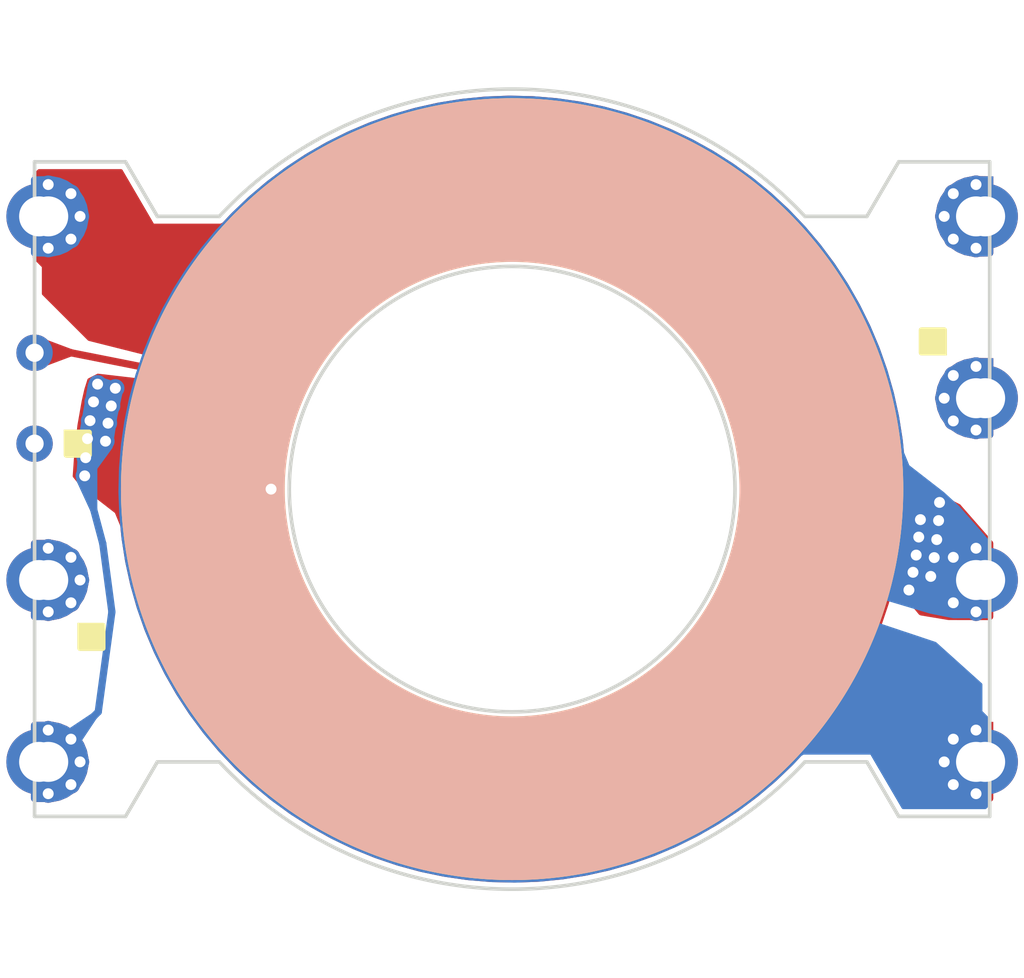
<source format=kicad_pcb>
(kicad_pcb (version 20221018) (generator pcbnew)

  (general
    (thickness 1)
  )

  (paper "A4")
  (layers
    (0 "F.Cu" signal)
    (1 "In1.Cu" signal)
    (2 "In2.Cu" signal)
    (31 "B.Cu" signal)
    (32 "B.Adhes" user "B.Adhesive")
    (33 "F.Adhes" user "F.Adhesive")
    (34 "B.Paste" user)
    (35 "F.Paste" user)
    (36 "B.SilkS" user "B.Silkscreen")
    (37 "F.SilkS" user "F.Silkscreen")
    (38 "B.Mask" user)
    (39 "F.Mask" user)
    (40 "Dwgs.User" user "User.Drawings")
    (41 "Cmts.User" user "User.Comments")
    (42 "Eco1.User" user "User.Eco1")
    (43 "Eco2.User" user "User.Eco2")
    (44 "Edge.Cuts" user)
    (45 "Margin" user)
    (46 "B.CrtYd" user "B.Courtyard")
    (47 "F.CrtYd" user "F.Courtyard")
    (48 "B.Fab" user)
    (49 "F.Fab" user)
    (50 "User.1" user)
    (51 "User.2" user)
    (52 "User.3" user)
    (53 "User.4" user)
    (54 "User.5" user)
    (55 "User.6" user)
    (56 "User.7" user)
    (57 "User.8" user)
    (58 "User.9" user)
  )

  (setup
    (stackup
      (layer "F.SilkS" (type "Top Silk Screen") (color "White") (material "Direct Printing"))
      (layer "F.Paste" (type "Top Solder Paste"))
      (layer "F.Mask" (type "Top Solder Mask") (color "Black") (thickness 0.01) (material "Dry Film") (epsilon_r 3.3) (loss_tangent 0))
      (layer "F.Cu" (type "copper") (thickness 0.035))
      (layer "dielectric 1" (type "prepreg") (color "FR4 natural") (thickness 0.1) (material "FR4") (epsilon_r 4.5) (loss_tangent 0.02))
      (layer "In1.Cu" (type "copper") (thickness 0.035))
      (layer "dielectric 2" (type "core") (color "FR4 natural") (thickness 0.64) (material "FR4") (epsilon_r 4.5) (loss_tangent 0.02))
      (layer "In2.Cu" (type "copper") (thickness 0.035))
      (layer "dielectric 3" (type "prepreg") (color "FR4 natural") (thickness 0.1) (material "FR4") (epsilon_r 4.5) (loss_tangent 0.02))
      (layer "B.Cu" (type "copper") (thickness 0.035))
      (layer "B.Mask" (type "Bottom Solder Mask") (color "Black") (thickness 0.01) (material "Dry Film") (epsilon_r 3.3) (loss_tangent 0))
      (layer "B.Paste" (type "Bottom Solder Paste"))
      (layer "B.SilkS" (type "Bottom Silk Screen") (color "White") (material "Direct Printing"))
      (copper_finish "Immersion gold")
      (dielectric_constraints no)
    )
    (pad_to_mask_clearance 0)
    (aux_axis_origin 100 100)
    (grid_origin 100 100)
    (pcbplotparams
      (layerselection 0x00010fc_ffffffff)
      (plot_on_all_layers_selection 0x0000000_00000000)
      (disableapertmacros false)
      (usegerberextensions false)
      (usegerberattributes true)
      (usegerberadvancedattributes true)
      (creategerberjobfile true)
      (dashed_line_dash_ratio 12.000000)
      (dashed_line_gap_ratio 3.000000)
      (svgprecision 4)
      (plotframeref false)
      (viasonmask false)
      (mode 1)
      (useauxorigin false)
      (hpglpennumber 1)
      (hpglpenspeed 20)
      (hpglpendiameter 15.000000)
      (dxfpolygonmode true)
      (dxfimperialunits true)
      (dxfusepcbnewfont true)
      (psnegative false)
      (psa4output false)
      (plotreference true)
      (plotvalue true)
      (plotinvisibletext false)
      (sketchpadsonfab false)
      (subtractmaskfromsilk false)
      (outputformat 1)
      (mirror false)
      (drillshape 1)
      (scaleselection 1)
      (outputdirectory "")
    )
  )

  (net 0 "")

  (gr_line (start 93.618034 97.787413) (end 93.943608 97.626683)
    (stroke (width 0.2) (type default)) (layer "F.Cu") (tstamp 09dfd0eb-163a-46e4-98c3-ed2ffbd3b189))
  (gr_poly
    (pts
      (xy 113.124996 96.498274)
      (xy 113.124996 98.501724)
      (xy 112.849015 98.505354)
      (xy 112.650977 98.505354)
      (xy 112.456745 98.466718)
      (xy 112.273782 98.390933)
      (xy 112.10912 98.280909)
      (xy 111.969086 98.140875)
      (xy 111.859062 97.976213)
      (xy 111.783277 97.79325)
      (xy 111.744641 97.599018)
      (xy 111.744641 97.40098)
      (xy 111.783277 97.206748)
      (xy 111.859062 97.023785)
      (xy 111.969086 96.859123)
      (xy 112.10912 96.719089)
      (xy 112.273782 96.609065)
      (xy 112.456745 96.53328)
      (xy 112.650977 96.494644)
      (xy 112.849015 96.494644)
    )

    (stroke (width 0.2) (type solid)) (fill solid) (layer "F.Cu") (tstamp 16897775-ab0e-4350-808a-68ceec507fe9))
  (gr_poly
    (pts
      (xy 86.875 103.501725)
      (xy 86.875 101.498275)
      (xy 87.150981 101.494645)
      (xy 87.349019 101.494645)
      (xy 87.543251 101.533281)
      (xy 87.726214 101.609066)
      (xy 87.890876 101.71909)
      (xy 88.03091 101.859124)
      (xy 88.140934 102.023786)
      (xy 88.216719 102.206749)
      (xy 88.255355 102.400981)
      (xy 88.255355 102.599019)
      (xy 88.216719 102.793251)
      (xy 88.140934 102.976214)
      (xy 88.03091 103.140876)
      (xy 87.890876 103.28091)
      (xy 87.726214 103.390934)
      (xy 87.543251 103.466719)
      (xy 87.349019 103.505355)
      (xy 87.150981 103.505355)
    )

    (stroke (width 0.2) (type solid)) (fill solid) (layer "F.Cu") (tstamp 38fd9ee1-3cd7-4f60-bcf9-7ccd66a3cf40))
  (gr_line (start 87.875 96.25) (end 86.875 96.25)
    (stroke (width 0.2) (type default)) (layer "F.Cu") (tstamp 4b46d56c-bcdd-4979-963d-2e4731eb277f))
  (gr_poly
    (pts
      (xy 93.079027 98.112462)
      (xy 93.01388 98.35993)
      (xy 92.914754 98.862018)
      (xy 92.851666 99.369894)
      (xy 92.824936 99.880975)
      (xy 92.827555 100.136861)
      (xy 92.827554 100.136861)
      (xy 92.849317 100.213682)
      (xy 92.929619 100.351622)
      (xy 93.045158 100.461743)
      (xy 93.114831 100.500739)
      (xy 93.114832 100.50074)
      (xy 93.136344 100.762727)
      (xy 93.214252 101.282635)
      (xy 93.331485 101.795111)
      (xy 93.487361 102.297185)
      (xy 93.680979 102.785945)
      (xy 93.911215 103.258562)
      (xy 94.176737 103.712294)
      (xy 94.476004 104.144514)
      (xy 94.807284 104.552716)
      (xy 95.168655 104.934535)
      (xy 95.558025 105.287757)
      (xy 95.973136 105.610337)
      (xy 96.411582 105.900405)
      (xy 96.870824 106.15628)
      (xy 97.3482 106.376479)
      (xy 97.840943 106.559725)
      (xy 98.346198 106.704958)
      (xy 98.861036 106.811335)
      (xy 99.382475 106.87824)
      (xy 99.907493 106.905285)
      (xy 100.433047 106.892314)
      (xy 100.956091 106.839402)
      (xy 101.473594 106.746854)
      (xy 101.982558 106.615209)
      (xy 102.480033 106.445228)
      (xy 102.963136 106.237896)
      (xy 103.429068 105.994416)
      (xy 103.875128 105.716197)
      (xy 104.298731 105.404853)
      (xy 104.697423 105.062187)
      (xy 105.068893 104.690186)
      (xy 105.410989 104.291005)
      (xy 105.721727 103.866957)
      (xy 105.999308 103.420501)
      (xy 106.242123 102.954222)
      (xy 106.448764 102.470823)
      (xy 106.618034 101.973106)
      (xy 106.748953 101.463954)
      (xy 106.840761 100.946319)
      (xy 106.892926 100.4232)
      (xy 106.905146 99.897628)
      (xy 106.877351 99.372649)
      (xy 106.809701 98.851307)
      (xy 106.702588 98.33662)
      (xy 106.556634 97.831574)
      (xy 106.372684 97.339093)
      (xy 106.151803 96.862032)
      (xy 105.895273 96.403157)
      (xy 105.604579 95.965125)
      (xy 105.281406 95.550475)
      (xy 104.927627 95.161611)
      (xy 104.545293 94.800785)
      (xy 104.136618 94.470089)
      (xy 103.703971 94.171439)
      (xy 103.24986 93.906566)
      (xy 102.776915 93.677005)
      (xy 102.287878 93.484086)
      (xy 101.785583 93.328927)
      (xy 101.27294 93.212427)
      (xy 100.75292 93.135261)
      (xy 100.228537 93.097878)
      (xy 99.70283 93.100492)
      (xy 99.178845 93.143089)
      (xy 98.659618 93.225422)
      (xy 98.14816 93.347015)
      (xy 97.647432 93.507162)
      (xy 97.160338 93.704935)
      (xy 96.6897 93.939188)
      (xy 96.238245 94.208565)
      (xy 95.80859 94.511502)
      (xy 95.403224 94.846246)
      (xy 95.024497 95.210857)
      (xy 94.674603 95.60322)
      (xy 94.35557 96.021063)
      (xy 94.069247 96.461965)
      (xy 93.817293 96.923369)
      (xy 93.706995 97.161978)
      (xy 93.36906 97.319163)
      (xy 89.90246 96.259308)
      (xy 88.375 95.875)
      (xy 87.125 94.625)
      (xy 87.125 93.875)
      (xy 86.875 93.625)
      (xy 86.875 91.375)
      (xy 87 91.25)
      (xy 89.25 91.25)
      (xy 90.125 92.75)
      (xy 92 92.75)
      (xy 92.077891 92.70663)
      (xy 92.300363 92.468543)
      (xy 92.769943 92.016671)
      (xy 93.265992 91.594026)
      (xy 93.786693 91.202155)
      (xy 94.330141 90.842491)
      (xy 94.894346 90.516353)
      (xy 95.477242 90.224933)
      (xy 96.076696 89.969299)
      (xy 96.690513 89.750387)
      (xy 97.316445 89.568998)
      (xy 97.952202 89.425796)
      (xy 98.595455 89.321305)
      (xy 99.243851 89.255908)
      (xy 99.895014 89.229845)
      (xy 100.546562 89.24321)
      (xy 101.196109 89.295954)
      (xy 101.841277 89.387886)
      (xy 102.479705 89.518667)
      (xy 103.109054 89.68782)
      (xy 103.727022 89.894725)
      (xy 104.331345 90.138625)
      (xy 104.919811 90.418626)
      (xy 105.490266 90.733704)
      (xy 106.040622 91.082705)
      (xy 106.568864 91.464352)
      (xy 107.073058 91.877247)
      (xy 107.551357 92.319878)
      (xy 108.002012 92.790626)
      (xy 108.423372 93.287767)
      (xy 108.813895 93.809481)
      (xy 109.172151 94.353858)
      (xy 109.496828 94.918905)
      (xy 109.786738 95.502553)
      (xy 110.04082 96.102667)
      (xy 110.258143 96.717048)
      (xy 110.437911 97.343447)
      (xy 110.579468 97.979572)
      (xy 110.682294 98.623094)
      (xy 110.746012 99.271657)
      (xy 110.770391 99.922886)
      (xy 110.75534 100.574397)
      (xy 110.700914 101.223805)
      (xy 110.607314 101.868733)
      (xy 110.47488 102.50682)
      (xy 110.3041 103.13573)
      (xy 110.095596 103.75316)
      (xy 109.850133 104.35685)
      (xy 109.56861 104.944589)
      (xy 109.252057 105.514227)
      (xy 108.901633 106.063678)
      (xy 108.518621 106.590931)
      (xy 108.104423 107.094054)
      (xy 107.660555 107.571207)
      (xy 107.188642 108.020642)
      (xy 106.690412 108.440714)
      (xy 106.16769 108.829885)
      (xy 105.622387 109.186731)
      (xy 105.056502 109.509945)
      (xy 104.472105 109.798344)
      (xy 103.871337 110.050872)
      (xy 103.256395 110.266604)
      (xy 102.629533 110.444751)
      (xy 101.993043 110.584661)
      (xy 101.349258 110.685821)
      (xy 100.700532 110.747861)
      (xy 100.049243 110.770554)
      (xy 99.397772 110.753817)
      (xy 98.748507 110.697712)
      (xy 98.103823 110.602442)
      (xy 97.466081 110.468358)
      (xy 96.837616 110.29595)
      (xy 96.220728 110.08585)
      (xy 95.617675 109.838826)
      (xy 95.030666 109.555783)
      (xy 94.461849 109.237757)
      (xy 93.913306 108.885912)
      (xy 93.387047 108.501536)
      (xy 92.884997 108.086037)
      (xy 92.408995 107.640936)
      (xy 91.960782 107.167862)
      (xy 91.542001 106.668547)
      (xy 91.154184 106.144819)
      (xy 90.79875 105.598595)
      (xy 90.477002 105.031875)
      (xy 90.190116 104.446734)
      (xy 89.939144 103.845314)
      (xy 89.725003 103.229816)
      (xy 89.548479 102.602495)
      (xy 89.410217 101.965646)
      (xy 89.310723 101.3216)
      (xy 89.278139 100.997382)
      (xy 89.125 100.625)
      (xy 88.16 99.875)
      (xy 87.972854 99.641068)
      (xy 88.023243 98.91515)
      (xy 88.102437 98.248543)
      (xy 88.218704 97.587393)
      (xy 88.292945 97.260051)
      (xy 88.375 97)
      (xy 88.617647 96.875)
      (xy 89.802714 97.013092)
      (xy 93.030245 97.999845)
    )

    (stroke (width 0.1) (type solid)) (fill solid) (layer "F.Cu") (tstamp 55813561-45e1-464d-9e9c-ff7f3bf51d2a))
  (gr_poly
    (pts
      (xy 113.124996 91.498274)
      (xy 113.124996 93.501724)
      (xy 112.849015 93.505354)
      (xy 112.650977 93.505354)
      (xy 112.456745 93.466718)
      (xy 112.273782 93.390933)
      (xy 112.10912 93.280909)
      (xy 111.969086 93.140875)
      (xy 111.859062 92.976213)
      (xy 111.783277 92.79325)
      (xy 111.744641 92.599018)
      (xy 111.744641 92.40098)
      (xy 111.783277 92.206747)
      (xy 111.859062 92.023785)
      (xy 111.969086 91.859123)
      (xy 112.10912 91.719089)
      (xy 112.273782 91.609065)
      (xy 112.456745 91.53328)
      (xy 112.650977 91.494644)
      (xy 112.849015 91.494644)
    )

    (stroke (width 0.2) (type solid)) (fill solid) (layer "F.Cu") (tstamp 7cb17a67-e3f9-4916-a854-427fd3140d73))
  (gr_line (start 93.375 100) (end 93.500001 100.250001)
    (stroke (width 0.2) (type default)) (layer "F.Cu") (tstamp 7e93c0ea-d7d5-4a32-81ee-a2958f03410a))
  (gr_poly
    (pts
      (xy 86.875 96.625)
      (xy 87.875 96.25)
      (xy 86.875 95.875)
    )

    (stroke (width 0.2) (type solid)) (fill solid) (layer "F.Cu") (tstamp 80b34325-8789-447f-8e25-86918841159a))
  (gr_arc (start 93.943608 97.626683) (mid 106.413743 101.08458) (end 93.499998 100.249998)
    (stroke (width 0.2) (type default)) (layer "F.Cu") (tstamp a0541358-7e03-43f8-8339-68d11ddfb6b4))
  (gr_line (start 93.618034 97.787413) (end 89.912353 96.654471)
    (stroke (width 0.2) (type default)) (layer "F.Cu") (tstamp bdd47512-a5d3-48ba-b5bb-f74896444bb8))
  (gr_line (start 87.875 96.25) (end 89.912356 96.654476)
    (stroke (width 0.2) (type default)) (layer "F.Cu") (tstamp d4b33cb7-56fd-4bb3-ab7c-26dfc340dda2))
  (gr_poly
    (pts
      (xy 111.75 100.25)
      (xy 111.125 100.75)
      (xy 111.036263 101.625)
      (xy 110.775 102.8)
      (xy 111.25 103.375)
      (xy 112 103.5)
      (xy 113.124996 103.501724)
      (xy 113.124996 101.498274)
      (xy 112.25 100.5)
    )

    (stroke (width 0.2) (type solid)) (fill solid) (layer "F.Cu") (tstamp d5e97691-e605-4085-86b4-258fe1e9c5bf))
  (gr_poly
    (pts
      (xy 113.124996 106.498274)
      (xy 113.124996 108.501724)
      (xy 112.849015 108.505354)
      (xy 112.650977 108.505354)
      (xy 112.456745 108.466718)
      (xy 112.273782 108.390933)
      (xy 112.10912 108.280909)
      (xy 111.969086 108.140875)
      (xy 111.859062 107.976213)
      (xy 111.783277 107.793251)
      (xy 111.744641 107.599018)
      (xy 111.744641 107.40098)
      (xy 111.783277 107.206748)
      (xy 111.859062 107.023785)
      (xy 111.969086 106.859123)
      (xy 112.10912 106.719089)
      (xy 112.273782 106.609065)
      (xy 112.456745 106.53328)
      (xy 112.650977 106.494644)
      (xy 112.849015 106.494644)
    )

    (stroke (width 0.2) (type solid)) (fill solid) (layer "F.Cu") (tstamp d944027f-2ad1-465d-9a24-3386dd9ffcec))
  (gr_poly
    (pts
      (xy 86.875 108.501725)
      (xy 86.875 106.498275)
      (xy 87.150981 106.494645)
      (xy 87.349019 106.494645)
      (xy 87.543251 106.533281)
      (xy 87.726214 106.609066)
      (xy 87.890876 106.71909)
      (xy 88.03091 106.859124)
      (xy 88.140934 107.023786)
      (xy 88.216719 107.206749)
      (xy 88.255355 107.400981)
      (xy 88.255355 107.599019)
      (xy 88.216719 107.793251)
      (xy 88.140934 107.976214)
      (xy 88.03091 108.140876)
      (xy 87.890876 108.28091)
      (xy 87.726214 108.390934)
      (xy 87.543251 108.466719)
      (xy 87.349019 108.505355)
      (xy 87.150981 108.505355)
    )

    (stroke (width 0.2) (type solid)) (fill solid) (layer "F.Cu") (tstamp ff565c2c-847d-4235-90f2-330c5c44bb6a))
  (gr_poly
    (pts
      (xy 113.124996 106.498274)
      (xy 113.124996 108.501724)
      (xy 112.849015 108.505354)
      (xy 112.650977 108.505354)
      (xy 112.456745 108.466718)
      (xy 112.273782 108.390933)
      (xy 112.10912 108.280909)
      (xy 111.969086 108.140875)
      (xy 111.859062 107.976213)
      (xy 111.783277 107.793251)
      (xy 111.744641 107.599018)
      (xy 111.744641 107.40098)
      (xy 111.783277 107.206748)
      (xy 111.859062 107.023785)
      (xy 111.969086 106.859123)
      (xy 112.10912 106.719089)
      (xy 112.273782 106.609065)
      (xy 112.456745 106.53328)
      (xy 112.650977 106.494644)
      (xy 112.849015 106.494644)
    )

    (stroke (width 0.2) (type solid)) (fill solid) (layer "In1.Cu") (tstamp 05be6994-70bd-45e1-b0a2-2a7378628639))
  (gr_poly
    (pts
      (xy 88.25 99.75)
      (xy 88.625 99.125)
      (xy 88.925 98.75)
      (xy 89.05 98)
      (xy 89.224999 97.2)
      (xy 88.651788 97.008929)
      (xy 88.438547 97.136874)
      (xy 88.2 98.5)
      (xy 88.125 99.625)
    )

    (stroke (width 0.2) (type solid)) (fill solid) (layer "In1.Cu") (tstamp 36db7aea-7b3e-409f-a750-273c716ff63b))
  (gr_poly
    (pts
      (xy 86.875 108.501725)
      (xy 86.875 106.498275)
      (xy 87.150981 106.494645)
      (xy 87.349019 106.494645)
      (xy 87.543251 106.533281)
      (xy 87.726214 106.609066)
      (xy 87.890876 106.71909)
      (xy 88.03091 106.859124)
      (xy 88.140934 107.023786)
      (xy 88.216719 107.206749)
      (xy 88.255355 107.400981)
      (xy 88.255355 107.599019)
      (xy 88.216719 107.793251)
      (xy 88.140934 107.976214)
      (xy 88.03091 108.140876)
      (xy 87.890876 108.28091)
      (xy 87.726214 108.390934)
      (xy 87.543251 108.466719)
      (xy 87.349019 108.505355)
      (xy 87.150981 108.505355)
    )

    (stroke (width 0.2) (type solid)) (fill solid) (layer "In1.Cu") (tstamp 3c604ead-a6db-49c7-901a-d71c38262561))
  (gr_poly
    (pts
      (xy 86.875 93.501725)
      (xy 86.875 91.498275)
      (xy 87.150981 91.494645)
      (xy 87.349019 91.494645)
      (xy 87.543251 91.533281)
      (xy 87.726214 91.609066)
      (xy 87.890876 91.71909)
      (xy 88.03091 91.859124)
      (xy 88.140934 92.023786)
      (xy 88.216719 92.206749)
      (xy 88.255355 92.400981)
      (xy 88.255355 92.599019)
      (xy 88.216719 92.793251)
      (xy 88.140934 92.976214)
      (xy 88.03091 93.140876)
      (xy 87.890876 93.28091)
      (xy 87.726214 93.390934)
      (xy 87.543251 93.466719)
      (xy 87.349019 93.505355)
      (xy 87.150981 93.505355)
    )

    (stroke (width 0.2) (type solid)) (fill solid) (layer "In1.Cu") (tstamp 3ec6f019-2fc2-4c41-9463-02acc519e6cf))
  (gr_poly
    (pts
      (xy 113.124996 91.498274)
      (xy 113.124996 93.501724)
      (xy 112.849015 93.505354)
      (xy 112.650977 93.505354)
      (xy 112.456745 93.466718)
      (xy 112.273782 93.390933)
      (xy 112.10912 93.280909)
      (xy 111.969086 93.140875)
      (xy 111.859062 92.976213)
      (xy 111.783277 92.79325)
      (xy 111.744641 92.599018)
      (xy 111.744641 92.40098)
      (xy 111.783277 92.206747)
      (xy 111.859062 92.023785)
      (xy 111.969086 91.859123)
      (xy 112.10912 91.719089)
      (xy 112.273782 91.609065)
      (xy 112.456745 91.53328)
      (xy 112.650977 91.494644)
      (xy 112.849015 91.494644)
    )

    (stroke (width 0.2) (type solid)) (fill solid) (layer "In1.Cu") (tstamp 4e7da219-dbbd-4dd3-84b3-640ae8e5e341))
  (gr_poly
    (pts
      (xy 86.875 103.501725)
      (xy 86.875 101.498275)
      (xy 87.150981 101.494645)
      (xy 87.349019 101.494645)
      (xy 87.543251 101.533281)
      (xy 87.726214 101.609066)
      (xy 87.890876 101.71909)
      (xy 88.03091 101.859124)
      (xy 88.140934 102.023786)
      (xy 88.216719 102.206749)
      (xy 88.255355 102.400981)
      (xy 88.255355 102.599019)
      (xy 88.216719 102.793251)
      (xy 88.140934 102.976214)
      (xy 88.03091 103.140876)
      (xy 87.890876 103.28091)
      (xy 87.726214 103.390934)
      (xy 87.543251 103.466719)
      (xy 87.349019 103.505355)
      (xy 87.150981 103.505355)
    )

    (stroke (width 0.2) (type solid)) (fill solid) (layer "In1.Cu") (tstamp 631a55ee-eb73-4e52-a178-b3621d7f1ba2))
  (gr_poly
    (pts
      (xy 109.965609 104.039637)
      (xy 109.701632 104.637938)
      (xy 109.401773 105.219069)
      (xy 109.067144 105.780899)
      (xy 108.699 106.321357)
      (xy 108.298669 106.838436)
      (xy 107.867654 107.330221)
      (xy 107.407534 107.794905)
      (xy 106.920017 108.230759)
      (xy 106.406918 108.636161)
      (xy 105.870125 109.009647)
      (xy 105.311621 109.3498)
      (xy 104.733479 109.655382)
      (xy 104.137817 109.925254)
      (xy 103.526855 110.158416)
      (xy 102.902855 110.354008)
      (xy 102.268136 110.511306)
      (xy 101.625012 110.62975)
      (xy 100.975868 110.708866)
      (xy 100.323134 110.748381)
      (xy 99.669193 110.748141)
      (xy 99.016478 110.708162)
      (xy 98.367411 110.628582)
      (xy 97.724367 110.509684)
      (xy 97.08974 110.351929)
      (xy 96.465885 110.155884)
      (xy 95.855091 109.922297)
      (xy 95.259639 109.652003)
      (xy 94.681709 109.346013)
      (xy 94.123441 109.00545)
      (xy 93.58691 108.631583)
      (xy 93.074095 108.225823)
      (xy 92.586908 107.789605)
      (xy 92.127121 107.324606)
      (xy 91.696441 106.832504)
      (xy 91.296491 106.315156)
      (xy 90.928728 105.774428)
      (xy 90.594495 105.212347)
      (xy 90.295063 104.631005)
      (xy 90.031505 104.032529)
      (xy 89.804823 103.419134)
      (xy 89.615834 102.793098)
      (xy 89.25 102.25)
      (xy 88.694573 101.256159)
      (xy 88.661943 100.943145)
      (xy 88.627137 100.314703)
      (xy 88.625 100.125)
      (xy 88.875 99.5)
      (xy 89.23906 98.992157)
      (xy 89.302846 98.875)
      (xy 89.324178 98.743222)
      (xy 89.389289 98.254988)
      (xy 89.514979 97.613247)
      (xy 89.679447 96.980323)
      (xy 89.882088 96.358574)
      (xy 90.122143 95.750285)
      (xy 90.398733 95.157731)
      (xy 90.710801 94.583069)
      (xy 91.057251 94.02845)
      (xy 91.436771 93.495895)
      (xy 91.847955 92.987411)
      (xy 92.289289 92.504862)
      (xy 92.75915 92.050025)
      (xy 93.255771 91.624594)
      (xy 93.777333 91.230142)
      (xy 94.321916 90.868105)
      (xy 94.887502 90.539851)
      (xy 95.472002 90.246575)
      (xy 96.073223 89.989375)
      (xy 96.688978 89.769203)
      (xy 97.316977 89.586863)
      (xy 97.954903 89.443024)
      (xy 98.600381 89.33823)
      (xy 99.251044 89.272877)
      (xy 99.904475 89.247192)
      (xy 100.558267 89.261262)
      (xy 101.209992 89.315059)
      (xy 101.85723 89.408361)
      (xy 102.4976 89.540848)
      (xy 103.128755 89.711996)
      (xy 103.748325 89.921206)
      (xy 104.354021 90.167672)
      (xy 104.943625 90.450514)
      (xy 105.514956 90.768685)
      (xy 106.065886 91.120967)
      (xy 106.594379 91.506104)
      (xy 107.098496 91.922652)
      (xy 107.576343 92.369069)
      (xy 108.026169 92.843706)
      (xy 108.446333 93.344803)
      (xy 108.835249 93.870526)
      (xy 109.191497 94.418912)
      (xy 109.51373 94.987934)
      (xy 112.338242 95.625004)
      (xy 113.125004 96.375006)
      (xy 113.124994 98.625003)
      (xy 112.500004 99.250005)
      (xy 111.499995 99.374999)
      (xy 106.625009 99.375006)
      (xy 106.317982 99.1215)
      (xy 106.228897 98.625403)
      (xy 106.100918 98.137892)
      (xy 105.934859 97.662006)
      (xy 105.731731 97.200712)
      (xy 105.492813 96.756904)
      (xy 105.219605 96.333344)
      (xy 104.913806 95.932662)
      (xy 104.577329 95.557395)
      (xy 104.212268 95.209865)
      (xy 103.820918 94.892238)
      (xy 103.405708 94.606499)
      (xy 102.969219 94.354436)
      (xy 102.5142 94.137618)
      (xy 102.043488 93.957414)
      (xy 101.560016 93.814925)
      (xy 101.0668 93.711078)
      (xy 100.566923 93.646471)
      (xy 100.063513 93.621546)
      (xy 99.559697 93.636443)
      (xy 99.058646 93.691076)
      (xy 98.563453 93.785099)
      (xy 98.077234 93.91792)
      (xy 97.603022 94.088722)
      (xy 97.143788 94.296441)
      (xy 96.702372 94.539757)
      (xy 96.28155 94.817166)
      (xy 95.883944 95.126938)
      (xy 95.512042 95.467133)
      (xy 95.168159 95.835627)
      (xy 94.854435 96.230136)
      (xy 94.572857 96.648161)
      (xy 94.325149 97.087131)
      (xy 94.112873 97.544292)
      (xy 93.937375 98.016782)
      (xy 93.799707 98.501646)
      (xy 93.700763 98.995874)
      (xy 93.299593 99.443651)
      (xy 93.16985 99.477387)
      (xy 93.051804 99.54092)
      (xy 92.952184 99.630626)
      (xy 92.876671 99.741392)
      (xy 92.829569 99.866902)
      (xy 92.813564 100)
      (xy 92.829569 100.133098)
      (xy 92.876671 100.258608)
      (xy 92.952184 100.369374)
      (xy 93.051804 100.45908)
      (xy 93.16985 100.522613)
      (xy 93.299593 100.556349)
      (xy 93.70076 101.004137)
      (xy 93.799712 101.498356)
      (xy 93.937357 101.983225)
      (xy 94.112893 102.455708)
      (xy 94.325152 102.912862)
      (xy 94.572856 103.351822)
      (xy 94.854446 103.769878)
      (xy 95.168161 104.16436)
      (xy 95.512038 104.53287)
      (xy 95.883956 104.873071)
      (xy 96.281557 105.182837)
      (xy 96.702368 105.460254)
      (xy 97.143783 105.70358)
      (xy 97.603028 105.911281)
      (xy 98.077242 106.082074)
      (xy 98.56345 106.214902)
      (xy 99.058632 106.308923)
      (xy 99.559703 106.363547)
      (xy 100.063506 106.378451)
      (xy 100.56693 106.353522)
      (xy 101.066798 106.28893)
      (xy 101.560019 106.185056)
      (xy 102.043492 106.042581)
      (xy 102.514213 105.862374)
      (xy 102.969218 105.645569)
      (xy 103.405691 105.393513)
      (xy 103.820905 105.107767)
      (xy 104.212276 104.790146)
      (xy 104.577329 104.442605)
      (xy 104.913802 104.067331)
      (xy 105.219603 103.666674)
      (xy 105.49281 103.243099)
      (xy 105.731719 102.799287)
      (xy 105.934847 102.338003)
      (xy 106.100919 101.862111)
      (xy 106.22889 101.374595)
      (xy 106.317983 100.878501)
      (xy 106.343375 100.621873)
      (xy 106.369943 100.313938)
      (xy 106.625 100.125)
      (xy 111.849993 100.125006)
      (xy 112.125 100.375)
      (xy 112.625 100.875)
      (xy 113.124996 101.498274)
      (xy 113.124996 103.501724)
      (xy 112 103.875)
      (xy 110.75 103.875)
    )

    (stroke (width 0.1) (type solid)) (fill solid) (layer "In1.Cu") (tstamp a24bbbcc-e906-4ab0-acfc-f1f77cbd6e57))
  (gr_line (start 93.125 100.25) (end 93.375 100)
    (stroke (width 0.2) (type default)) (layer "In2.Cu") (tstamp 05396fba-4b1b-4ba2-9d20-023e1b07c78a))
  (gr_line (start 87.375 99.125) (end 86.875 98.75)
    (stroke (width 0.2) (type default)) (layer "In2.Cu") (tstamp 4a70ce9f-ab77-4a7e-8042-74f4f05b2a55))
  (gr_line (start 93.125 100.25) (end 87.875 100.25)
    (stroke (width 0.2) (type default)) (layer "In2.Cu") (tstamp 55ce3eee-17bd-44d7-b281-6a4039c8ce59))
  (gr_poly
    (pts
      (xy 86.875 108.501725)
      (xy 86.875 106.498275)
      (xy 87.150981 106.494645)
      (xy 87.349019 106.494645)
      (xy 87.543251 106.533281)
      (xy 87.726214 106.609066)
      (xy 87.890876 106.71909)
      (xy 88.03091 106.859124)
      (xy 88.140934 107.023786)
      (xy 88.216719 107.206749)
      (xy 88.255355 107.400981)
      (xy 88.255355 107.599019)
      (xy 88.216719 107.793251)
      (xy 88.140934 107.976214)
      (xy 88.03091 108.140876)
      (xy 87.890876 108.28091)
      (xy 87.726214 108.390934)
      (xy 87.543251 108.466719)
      (xy 87.349019 108.505355)
      (xy 87.150981 108.505355)
    )

    (stroke (width 0.2) (type solid)) (fill solid) (layer "In2.Cu") (tstamp 597f2e6b-27d9-402c-8d97-0a80a45456cd))
  (gr_poly
    (pts
      (xy 113.124996 106.498274)
      (xy 113.124996 108.501724)
      (xy 112.849015 108.505354)
      (xy 112.650977 108.505354)
      (xy 112.456745 108.466718)
      (xy 112.273782 108.390933)
      (xy 112.10912 108.280909)
      (xy 111.969086 108.140875)
      (xy 111.859062 107.976213)
      (xy 111.783277 107.793251)
      (xy 111.744641 107.599018)
      (xy 111.744641 107.40098)
      (xy 111.783277 107.206748)
      (xy 111.859062 107.023785)
      (xy 111.969086 106.859123)
      (xy 112.10912 106.719089)
      (xy 112.273782 106.609065)
      (xy 112.456745 106.53328)
      (xy 112.650977 106.494644)
      (xy 112.849015 106.494644)
    )

    (stroke (width 0.2) (type solid)) (fill solid) (layer "In2.Cu") (tstamp 9840ebcd-2dc9-4366-afcb-3634ebca70a6))
  (gr_poly
    (pts
      (xy 111.75 100.25)
      (xy 111.125 100.75)
      (xy 111.036263 101.625)
      (xy 110.775 102.8)
      (xy 111.25 103.375)
      (xy 112 103.5)
      (xy 113.125 103.505354)
      (xy 113.124996 101.498274)
      (xy 112.25 100.5)
    )

    (stroke (width 0.2) (type solid)) (fill solid) (layer "In2.Cu") (tstamp a3f1b421-2984-4e58-8282-f1e3db88e265))
  (gr_poly
    (pts
      (xy 86.875 93.501725)
      (xy 86.875 91.498275)
      (xy 87.150981 91.494645)
      (xy 87.349019 91.494645)
      (xy 87.543251 91.533281)
      (xy 87.726214 91.609066)
      (xy 87.890876 91.71909)
      (xy 88.03091 91.859124)
      (xy 88.140934 92.023786)
      (xy 88.216719 92.206749)
      (xy 88.255355 92.400981)
      (xy 88.255355 92.599019)
      (xy 88.216719 92.793251)
      (xy 88.140934 92.976214)
      (xy 88.03091 93.140876)
      (xy 87.890876 93.28091)
      (xy 87.726214 93.390934)
      (xy 87.543251 93.466719)
      (xy 87.349019 93.505355)
      (xy 87.150981 93.505355)
    )

    (stroke (width 0.2) (type solid)) (fill solid) (layer "In2.Cu") (tstamp ad65f762-1e67-413a-a1fc-4f2ec07e0855))
  (gr_line (start 87.375 99.75) (end 87.375 99.125)
    (stroke (width 0.2) (type default)) (layer "In2.Cu") (tstamp b805cc1a-e486-405a-9d4a-4d566f2f674a))
  (gr_poly
    (pts
      (xy 90.034389 95.960359)
      (xy 90.298365 95.36207)
      (xy 90.598221 94.780934)
      (xy 90.932846 94.219098)
      (xy 91.301004 93.678642)
      (xy 91.701332 93.161563)
      (xy 92.132351 92.669774)
      (xy 92.592466 92.205095)
      (xy 93.079976 91.769242)
      (xy 93.593078 91.363829)
      (xy 94.129873 90.990354)
      (xy 94.688378 90.650199)
      (xy 95.266527 90.344621)
      (xy 95.862181 90.074752)
      (xy 96.473137 89.841588)
      (xy 97.097137 89.645992)
      (xy 97.731872 89.488687)
      (xy 98.374995 89.370256)
      (xy 99.024127 89.291136)
      (xy 99.676869 89.251619)
      (xy 100.330806 89.251853)
      (xy 100.983519 89.291835)
      (xy 101.632595 89.371419)
      (xy 102.275633 89.490309)
      (xy 102.910256 89.648067)
      (xy 103.534115 89.844108)
      (xy 104.144905 90.077709)
      (xy 104.740366 90.348004)
      (xy 105.318296 90.653994)
      (xy 105.876558 90.994548)
      (xy 106.413087 91.368406)
      (xy 106.925899 91.774185)
      (xy 107.413098 92.210386)
      (xy 107.872881 92.675394)
      (xy 108.303548 93.16749)
      (xy 108.703508 93.684855)
      (xy 109.071279 94.225574)
      (xy 109.405503 94.787648)
      (xy 109.704944 95.368999)
      (xy 109.968493 95.967476)
      (xy 110.195177 96.580866)
      (xy 110.384157 97.206901)
      (xy 110.534733 97.843266)
      (xy 110.64635 98.487607)
      (xy 110.718595 99.137541)
      (xy 110.751199 99.790664)
      (xy 110.744044 100.444561)
      (xy 110.697154 101.096815)
      (xy 110.610704 101.745012)
      (xy 110.485013 102.386756)
      (xy 110.320547 103.019673)
      (xy 110.117912 103.641423)
      (xy 109.87786 104.249705)
      (xy 109.601276 104.842272)
      (xy 109.289186 105.41693)
      (xy 108.942741 105.971556)
      (xy 108.563225 106.504098)
      (xy 108.15204 107.012585)
      (xy 107.710706 107.495139)
      (xy 107.240857 107.949974)
      (xy 106.74423 108.375409)
      (xy 106.222661 108.769869)
      (xy 105.678079 109.131896)
      (xy 105.112498 109.460152)
      (xy 104.52801 109.753421)
      (xy 103.926777 110.010621)
      (xy 103.311021 110.230799)
      (xy 102.683021 110.413141)
      (xy 102.045098 110.556973)
      (xy 101.399612 110.661763)
      (xy 100.74895 110.727124)
      (xy 100.095518 110.752813)
      (xy 99.441733 110.738736)
      (xy 98.790012 110.684944)
      (xy 98.142766 110.591638)
      (xy 97.502389 110.459161)
      (xy 96.871248 110.288004)
      (xy 96.251678 110.078799)
      (xy 95.645971 109.832321)
      (xy 95.056365 109.549481)
      (xy 94.485043 109.231324)
      (xy 93.934115 108.879029)
      (xy 93.405621 108.493896)
      (xy 92.901514 108.077351)
      (xy 92.423659 107.630935)
      (xy 91.973823 107.156297)
      (xy 91.55367 106.655194)
      (xy 91.164753 106.129479)
      (xy 90.80851 105.581095)
      (xy 90.48626 105.012071)
      (xy 87.661765 104.375)
      (xy 86.875 103.625)
      (xy 86.875 101.375)
      (xy 87.5 100.75)
      (xy 88.5 100.625)
      (xy 93.375 100.625)
      (xy 93.682017 100.878501)
      (xy 93.771103 101.374597)
      (xy 93.899081 101.862111)
      (xy 94.06515 102.337998)
      (xy 94.268276 102.799288)
      (xy 94.507188 103.243099)
      (xy 94.780396 103.666662)
      (xy 95.086194 104.067331)
      (xy 95.422671 104.442605)
      (xy 95.787729 104.79014)
      (xy 96.179086 105.107768)
      (xy 96.5943 105.393504)
      (xy 97.030779 105.645565)
      (xy 97.485796 105.862376)
      (xy 97.956511 106.042584)
      (xy 98.439985 106.185065)
      (xy 98.933199 106.288928)
      (xy 99.433074 106.353524)
      (xy 99.936489 106.378451)
      (xy 100.440301 106.363553)
      (xy 100.941363 106.308923)
      (xy 101.436548 106.214902)
      (xy 101.922763 106.082077)
      (xy 102.396973 105.911277)
      (xy 102.856217 105.703569)
      (xy 103.297628 105.460249)
      (xy 103.718449 105.182838)
      (xy 104.116054 104.873066)
      (xy 104.487959 104.532869)
      (xy 104.831843 104.164369)
      (xy 105.145558 103.769869)
      (xy 105.427146 103.35183)
      (xy 105.674848 102.912864)
      (xy 105.887118 102.45571)
      (xy 106.062631 101.983224)
      (xy 106.200291 101.498356)
      (xy 106.299238 101.004132)
      (xy 106.358854 100.503638)
      (xy 106.378767 100)
      (xy 106.358854 99.496362)
      (xy 106.299238 98.995868)
      (xy 106.200291 98.501644)
      (xy 106.062631 98.016776)
      (xy 105.887118 97.54429)
      (xy 105.674848 97.087136)
      (xy 105.427146 96.64817)
      (xy 105.145558 96.230131)
      (xy 104.831843 95.835631)
      (xy 104.487959 95.467131)
      (xy 104.116054 95.126934)
      (xy 103.718449 94.817162)
      (xy 103.297628 94.539751)
      (xy 102.856217 94.296431)
      (xy 102.396973 94.088723)
      (xy 101.922763 93.917923)
      (xy 101.436548 93.785098)
      (xy 100.941363 93.691077)
      (xy 100.440301 93.636447)
      (xy 99.936489 93.621549)
      (xy 99.433074 93.646476)
      (xy 98.933199 93.711072)
      (xy 98.439985 93.814935)
      (xy 97.956511 93.957416)
      (xy 97.485796 94.137624)
      (xy 97.030779 94.354435)
      (xy 96.5943 94.606496)
      (xy 96.179086 94.892232)
      (xy 95.787729 95.20986)
      (xy 95.422671 95.557395)
      (xy 95.086194 95.932669)
      (xy 94.780396 96.333338)
      (xy 94.507188 96.756901)
      (xy 94.268276 97.200712)
      (xy 94.06515 97.662002)
      (xy 93.899081 98.137889)
      (xy 93.771103 98.625403)
      (xy 93.682017 99.121499)
      (xy 93.65662 99.378129)
      (xy 93.265368 99.451841)
      (xy 93.20106 99.46619)
      (xy 93.081451 99.521422)
      (xy 92.978006 99.603006)
      (xy 92.896422 99.706451)
      (xy 92.84119 99.82606)
      (xy 92.75 99.875)
      (xy 88.150003 99.875)
      (xy 87.972075 99.652583)
      (xy 88.023241 98.915139)
      (xy 88.102435 98.248532)
      (xy 88.218703 97.587381)
      (xy 88.292953 97.260041)
      (xy 88.375 97)
      (xy 88.625 96.875)
      (xy 89.5 96.5)
    )

    (stroke (width 0.1) (type solid)) (fill solid) (layer "In2.Cu") (tstamp cf6fe201-f738-4fc6-932d-1cb4b80af06b))
  (gr_poly
    (pts
      (xy 113.124996 96.498274)
      (xy 113.124996 98.501724)
      (xy 112.849015 98.505354)
      (xy 112.650977 98.505354)
      (xy 112.456745 98.466718)
      (xy 112.273782 98.390933)
      (xy 112.10912 98.280909)
      (xy 111.969086 98.140875)
      (xy 111.859062 97.976213)
      (xy 111.783277 97.79325)
      (xy 111.744641 97.599018)
      (xy 111.744641 97.40098)
      (xy 111.783277 97.206748)
      (xy 111.859062 97.023785)
      (xy 111.969086 96.859123)
      (xy 112.10912 96.719089)
      (xy 112.273782 96.609065)
      (xy 112.456745 96.53328)
      (xy 112.650977 96.494644)
      (xy 112.849015 96.494644)
    )

    (stroke (width 0.2) (type solid)) (fill solid) (layer "In2.Cu") (tstamp dd418f3d-b1fb-4854-a2a6-b59cf1727bb4))
  (gr_poly
    (pts
      (xy 113.124996 91.498274)
      (xy 113.124996 93.501724)
      (xy 112.849015 93.505354)
      (xy 112.650977 93.505354)
      (xy 112.456745 93.466718)
      (xy 112.273782 93.390933)
      (xy 112.10912 93.280909)
      (xy 111.969086 93.140875)
      (xy 111.859062 92.976213)
      (xy 111.783277 92.79325)
      (xy 111.744641 92.599018)
      (xy 111.744641 92.40098)
      (xy 111.783277 92.206747)
      (xy 111.859062 92.023785)
      (xy 111.969086 91.859123)
      (xy 112.10912 91.719089)
      (xy 112.273782 91.609065)
      (xy 112.456745 91.53328)
      (xy 112.650977 91.494644)
      (xy 112.849015 91.494644)
    )

    (stroke (width 0.2) (type solid)) (fill solid) (layer "In2.Cu") (tstamp e87bfa52-7c63-4763-aa43-2390d8f88512))
  (gr_poly
    (pts
      (xy 87.375 99.5)
      (xy 86.875 99.125)
      (xy 86.875 98.375)
      (xy 87.375 98.75)
    )

    (stroke (width 0.2) (type solid)) (fill solid) (layer "In2.Cu") (tstamp fa7c7e65-0bc3-4036-8568-ae5687b82d32))
  (gr_line (start 87.875 100.25) (end 87.375 99.75)
    (stroke (width 0.2) (type default)) (layer "In2.Cu") (tstamp fcbcec63-695d-44af-ada9-4fb220e37799))
  (gr_poly
    (pts
      (xy 113.124996 96.498274)
      (xy 113.124996 98.501724)
      (xy 112.849015 98.505354)
      (xy 112.650977 98.505354)
      (xy 112.456745 98.466718)
      (xy 112.273782 98.390933)
      (xy 112.10912 98.280909)
      (xy 111.969086 98.140875)
      (xy 111.859062 97.976213)
      (xy 111.783277 97.79325)
      (xy 111.744641 97.599018)
      (xy 111.744641 97.40098)
      (xy 111.783277 97.206748)
      (xy 111.859062 97.023785)
      (xy 111.969086 96.859123)
      (xy 112.10912 96.719089)
      (xy 112.273782 96.609065)
      (xy 112.456745 96.53328)
      (xy 112.650977 96.494644)
      (xy 112.849015 96.494644)
    )

    (stroke (width 0.2) (type solid)) (fill solid) (layer "B.Cu") (tstamp 001fcb2a-2f47-402a-b5a1-69f8df723724))
  (gr_poly
    (pts
      (xy 88.5 99.375)
      (xy 88.5 100.5625)
      (xy 88.125 99.75)
    )

    (stroke (width 0.2) (type solid)) (fill solid) (layer "B.Cu") (tstamp 254213df-4c16-4b5a-95fe-155bf38a6804))
  (gr_line (start 89 103.375) (end 88.625 106.125)
    (stroke (width 0.2) (type default)) (layer "B.Cu") (tstamp 273a49c4-cf3d-4219-9e9b-9f5994db1caa))
  (gr_poly
    (pts
      (xy 106.198858 101.488214)
      (xy 106.296513 100.99727)
      (xy 106.355348 100.500177)
      (xy 106.375 100)
      (xy 106.355348 99.499823)
      (xy 106.296513 99.00273)
      (xy 106.198858 98.511786)
      (xy 106.062985 98.030017)
      (xy 105.889732 97.560393)
      (xy 105.680167 97.105811)
      (xy 105.435581 96.669072)
      (xy 105.157483 96.252869)
      (xy 104.847588 95.859769)
      (xy 104.507806 95.492194)
      (xy 104.140231 95.152412)
      (xy 103.747131 94.842517)
      (xy 103.330928 94.564419)
      (xy 102.894189 94.319833)
      (xy 102.439607 94.110268)
      (xy 101.969983 93.937015)
      (xy 101.488214 93.801142)
      (xy 100.99727 93.703487)
      (xy 100.500177 93.644652)
      (xy 100 93.625)
      (xy 99.499823 93.644652)
      (xy 99.00273 93.703487)
      (xy 98.511786 93.801142)
      (xy 98.030017 93.937015)
      (xy 97.560393 94.110268)
      (xy 97.105811 94.319833)
      (xy 96.669072 94.564419)
      (xy 96.252869 94.842517)
      (xy 95.859769 95.152412)
      (xy 95.492194 95.492194)
      (xy 95.152412 95.859769)
      (xy 94.842517 96.252869)
      (xy 94.564419 96.669072)
      (xy 94.319833 97.105811)
      (xy 94.110268 97.560393)
      (xy 93.937015 98.030017)
      (xy 93.801142 98.511786)
      (xy 93.703487 99.00273)
      (xy 93.5 99.25)
      (xy 93.064086 99.532275)
      (xy 92.959531 99.622086)
      (xy 92.879998 99.734657)
      (xy 92.830278 99.863209)
      (xy 92.813365 100)
      (xy 92.830278 100.136791)
      (xy 92.879998 100.265343)
      (xy 92.959531 100.377914)
      (xy 93.064086 100.467725)
      (xy 93.375 100.625)
      (xy 93.703487 100.99727)
      (xy 93.801142 101.488214)
      (xy 93.937015 101.969983)
      (xy 94.110268 102.439607)
      (xy 94.319833 102.894189)
      (xy 94.564419 103.330928)
      (xy 94.842517 103.747131)
      (xy 95.152412 104.140231)
      (xy 95.492194 104.507806)
      (xy 95.859769 104.847588)
      (xy 96.252869 105.157483)
      (xy 96.669072 105.435581)
      (xy 97.105811 105.680167)
      (xy 97.560393 105.889732)
      (xy 98.030017 106.062985)
      (xy 98.511786 106.198858)
      (xy 99.00273 106.296513)
      (xy 99.499823 106.355348)
      (xy 100 106.375)
      (xy 100.500177 106.355348)
      (xy 100.99727 106.296513)
      (xy 101.488214 106.198858)
      (xy 101.969983 106.062985)
      (xy 102.439607 105.889732)
      (xy 102.894189 105.680167)
      (xy 103.330928 105.435581)
      (xy 103.747131 105.157483)
      (xy 104.140231 104.847588)
      (xy 104.507806 104.507806)
      (xy 104.847588 104.140231)
      (xy 105.157483 103.747131)
      (xy 105.435581 103.330928)
      (xy 105.680167 102.894189)
      (xy 105.889732 102.439607)
      (xy 106.630942 102.680842)
      (xy 110.09753 103.740693)
      (xy 111.625 104.25)
      (xy 112.875001 105.375006)
      (xy 112.875005 106.124992)
      (xy 113.124995 106.374991)
      (xy 113.125 108.624997)
      (xy 112.999996 108.750002)
      (xy 110.750001 108.749994)
      (xy 109.875006 107.249999)
      (xy 108.000006 107.250004)
      (xy 107.922101 107.293369)
      (xy 107.699636 107.531464)
      (xy 107.230065 107.983333)
      (xy 106.733998 108.405979)
      (xy 106.213308 108.797849)
      (xy 105.66986 109.15751)
      (xy 105.105646 109.483653)
      (xy 104.522757 109.775063)
      (xy 103.923303 110.030706)
      (xy 103.309485 110.249615)
      (xy 102.68356 110.430995)
      (xy 102.047801 110.5742)
      (xy 101.404538 110.678685)
      (xy 100.756139 110.744099)
      (xy 100.104984 110.770151)
      (xy 99.453447 110.756785)
      (xy 98.803882 110.704046)
      (xy 98.158715 110.612111)
      (xy 97.520293 110.481337)
      (xy 96.890948 110.31218)
      (xy 96.272985 110.105277)
      (xy 95.668651 109.861364)
      (xy 95.080185 109.581367)
      (xy 94.509738 109.266293)
      (xy 93.959383 108.917292)
      (xy 93.431127 108.535651)
      (xy 92.926951 108.122745)
      (xy 92.44865 107.680125)
      (xy 91.997991 107.209365)
      (xy 91.576629 106.712231)
      (xy 91.186095 106.190523)
      (xy 90.827851 105.646138)
      (xy 90.50317 105.081092)
      (xy 90.213272 104.497446)
      (xy 89.959187 103.897329)
      (xy 89.741865 103.282948)
      (xy 89.562089 102.656553)
      (xy 89.420531 102.020426)
      (xy 89.3177 101.376909)
      (xy 89.253993 100.728343)
      (xy 89.229602 100.077118)
      (xy 89.244659 99.425602)
      (xy 89.299079 98.776194)
      (xy 89.3927 98.131267)
      (xy 89.525119 97.49319)
      (xy 89.695904 96.864272)
      (xy 89.904407 96.246839)
      (xy 90.149874 95.64315)
      (xy 90.431392 95.055413)
      (xy 90.747945 94.485767)
      (xy 91.098373 93.936319)
      (xy 91.481379 93.409061)
      (xy 91.895581 92.905952)
      (xy 92.339446 92.428792)
      (xy 92.811357 91.979357)
      (xy 93.309581 91.559286)
      (xy 93.832306 91.170109)
      (xy 94.377619 90.81327)
      (xy 94.943502 90.49005)
      (xy 95.527888 90.201661)
      (xy 96.128664 89.949127)
      (xy 96.743601 89.733391)
      (xy 97.370464 89.55526)
      (xy 98.006957 89.415343)
      (xy 98.650735 89.314178)
      (xy 99.299471 89.252143)
      (xy 99.950764 89.229447)
      (xy 100.602232 89.246178)
      (xy 101.251491 89.302292)
      (xy 101.896177 89.397556)
      (xy 102.533918 89.531652)
      (xy 103.162376 89.70406)
      (xy 103.779275 89.91415)
      (xy 104.382321 90.161182)
      (xy 104.969339 90.444223)
      (xy 105.538141 90.76224)
      (xy 106.086692 91.114087)
      (xy 106.612951 91.49846)
      (xy 107.115011 91.913957)
      (xy 107.59101 92.359065)
      (xy 108.039221 92.83214)
      (xy 108.457999 93.33145)
      (xy 108.845812 93.855178)
      (xy 109.20124 94.401406)
      (xy 109.522999 94.96812)
      (xy 109.809882 95.553268)
      (xy 110.060854 96.154683)
      (xy 110.274995 96.770192)
      (xy 110.451521 97.397503)
      (xy 110.589778 98.034357)
      (xy 110.689278 98.678403)
      (xy 110.721857 99.002625)
      (xy 110.874995 99.375005)
      (xy 111.84 100.125)
      (xy 112.25 100.5)
      (xy 113.124996 101.498274)
      (xy 113.124996 103.501724)
      (xy 112.125 103.5)
      (xy 111.5 103.375)
      (xy 110.197293 102.986908)
      (xy 106.969757 102.000159)
    )

    (stroke (width 0.1) (type solid)) (fill solid) (layer "B.Cu") (tstamp 2f77a29d-8aec-437d-a273-ee45f55de82b))
  (gr_poly
    (pts
      (xy 88.25 99.75)
      (xy 88.925 98.825)
      (xy 89.05 98)
      (xy 89.224999 97.2)
      (xy 88.651788 97.008929)
      (xy 88.438547 97.136874)
      (xy 88.2 98.5)
      (xy 88.125 99.625)
    )

    (stroke (width 0.2) (type solid)) (fill solid) (layer "B.Cu") (tstamp 4f69e535-aea5-466f-889b-00bd8397005c))
  (gr_poly
    (pts
      (xy 88.5 106.25)
      (xy 87.749999 106.75)
      (xy 88 107.000001)
    )

    (stroke (width 0.2) (type solid)) (fill solid) (layer "B.Cu") (tstamp 646c3907-b6d9-4028-a13d-726a4d700a19))
  (gr_poly
    (pts
      (xy 86.875 108.501725)
      (xy 86.875 106.498275)
      (xy 87.150981 106.494645)
      (xy 87.349019 106.494645)
      (xy 87.543251 106.533281)
      (xy 87.726214 106.609066)
      (xy 87.890876 106.71909)
      (xy 88.03091 106.859124)
      (xy 88.140934 107.023786)
      (xy 88.216719 107.206749)
      (xy 88.255355 107.400981)
      (xy 88.255355 107.599019)
      (xy 88.216719 107.793251)
      (xy 88.140934 107.976214)
      (xy 88.03091 108.140876)
      (xy 87.890876 108.28091)
      (xy 87.726214 108.390934)
      (xy 87.543251 108.466719)
      (xy 87.349019 108.505355)
      (xy 87.150981 108.505355)
    )

    (stroke (width 0.2) (type solid)) (fill solid) (layer "B.Cu") (tstamp 6c17ad37-54bf-4a17-85e2-a776a76bd05b))
  (gr_poly
    (pts
      (xy 86.875 103.501725)
      (xy 86.875 101.498275)
      (xy 87.150981 101.494645)
      (xy 87.349019 101.494645)
      (xy 87.543251 101.533281)
      (xy 87.726214 101.609066)
      (xy 87.890876 101.71909)
      (xy 88.03091 101.859124)
      (xy 88.140934 102.023786)
      (xy 88.216719 102.206749)
      (xy 88.255355 102.400981)
      (xy 88.255355 102.599019)
      (xy 88.216719 102.793251)
      (xy 88.140934 102.976214)
      (xy 88.03091 103.140876)
      (xy 87.890876 103.28091)
      (xy 87.726214 103.390934)
      (xy 87.543251 103.466719)
      (xy 87.349019 103.505355)
      (xy 87.150981 103.505355)
    )

    (stroke (width 0.2) (type solid)) (fill solid) (layer "B.Cu") (tstamp 8d4d6d67-c289-4c08-b9b7-7cb0e30618f9))
  (gr_line (start 87.25 107.5) (end 88.625 106.125)
    (stroke (width 0.2) (type default)) (layer "B.Cu") (tstamp 97f90e95-e278-48c1-b741-cef998524462))
  (gr_line (start 88.750001 101.5) (end 88.25 99.625)
    (stroke (width 0.2) (type default)) (layer "B.Cu") (tstamp b39d5cf6-6a6f-487b-93b2-a7708ff48bc2))
  (gr_poly
    (pts
      (xy 113.124996 91.498274)
      (xy 113.124996 93.501724)
      (xy 112.849015 93.505354)
      (xy 112.650977 93.505354)
      (xy 112.456745 93.466718)
      (xy 112.273782 93.390933)
      (xy 112.10912 93.280909)
      (xy 111.969086 93.140875)
      (xy 111.859062 92.976213)
      (xy 111.783277 92.79325)
      (xy 111.744641 92.599018)
      (xy 111.744641 92.40098)
      (xy 111.783277 92.206747)
      (xy 111.859062 92.023785)
      (xy 111.969086 91.859123)
      (xy 112.10912 91.719089)
      (xy 112.273782 91.609065)
      (xy 112.456745 91.53328)
      (xy 112.650977 91.494644)
      (xy 112.849015 91.494644)
    )

    (stroke (width 0.2) (type solid)) (fill solid) (layer "B.Cu") (tstamp bfbe1c5f-0c68-4db1-94e5-545d9c26808c))
  (gr_line (start 88.750001 101.5) (end 89 103.375)
    (stroke (width 0.2) (type default)) (layer "B.Cu") (tstamp cbf91b36-607a-44c1-94d9-568878c437dc))
  (gr_poly
    (pts
      (xy 86.875 93.501725)
      (xy 86.875 91.498275)
      (xy 87.150981 91.494645)
      (xy 87.349019 91.494645)
      (xy 87.543251 91.533281)
      (xy 87.726214 91.609066)
      (xy 87.890876 91.71909)
      (xy 88.03091 91.859124)
      (xy 88.140934 92.023786)
      (xy 88.216719 92.206749)
      (xy 88.255355 92.400981)
      (xy 88.255355 92.599019)
      (xy 88.216719 92.793251)
      (xy 88.140934 92.976214)
      (xy 88.03091 93.140876)
      (xy 87.890876 93.28091)
      (xy 87.726214 93.390934)
      (xy 87.543251 93.466719)
      (xy 87.349019 93.505355)
      (xy 87.150981 93.505355)
    )

    (stroke (width 0.2) (type solid)) (fill solid) (layer "B.Cu") (tstamp f5e9351c-b2e3-4aa9-9e21-f4516e4c1afe))
  (gr_circle (center 100 100) (end 108.5 100)
    (stroke (width 4.5) (type default)) (fill none) (layer "B.SilkS") (tstamp f0a7b944-bc8f-4185-b963-e0a56f8534cb))
  (gr_circle (center 100 100) (end 108.5 100)
    (stroke (width 4.5) (type default)) (fill none) (layer "F.SilkS") (tstamp 1564371f-acad-4df0-9b93-3936a0ce47af))
  (gr_rect (start 87.75 98.4375) (end 88.375 99.0625)
    (stroke (width 0.15) (type solid)) (fill solid) (layer "F.SilkS") (tstamp 2c9d5cb8-8713-423c-8897-2617666df849))
  (gr_poly
    (pts
      (xy 111.874996 96.25)
      (xy 111.249996 96.249999)
      (xy 111.249996 95.624999)
      (xy 111.874996 95.624999)
    )

    (stroke (width 0.15) (type solid)) (fill solid) (layer "F.SilkS") (tstamp 7dacdf99-e020-4f87-b8b9-0d1daae18186))
  (gr_rect (start 88.125 103.75) (end 88.75 104.375)
    (stroke (width 0.15) (type solid)) (fill solid) (layer "F.SilkS") (tstamp 803f2037-3ee9-42b4-85f8-d74beefeef25))
  (gr_circle (center 112.999996 97.499999) (end 113.999996 97.499999)
    (stroke (width 0.15) (type solid)) (fill solid) (layer "B.Mask") (tstamp 09d73bb4-f501-4819-9fcf-578c502f3347))
  (gr_circle (center 86.875 96.25) (end 87.375 96.25)
    (stroke (width 0.15) (type solid)) (fill solid) (layer "B.Mask") (tstamp 22a125a7-fd67-4480-bbc5-eb8d6dcd2a96))
  (gr_circle (center 87.25 92.5) (end 86.25 92.5)
    (stroke (width 0.15) (type solid)) (fill solid) (layer "B.Mask") (tstamp 2831fe83-2a92-4321-91c7-ccdf86a2b98d))
  (gr_circle (center 112.749996 102.5) (end 113.749996 102.499999)
    (stroke (width 0.15) (type solid)) (fill solid) (layer "B.Mask") (tstamp 2b23c5d2-5ac6-4c3e-8c17-ab2047a7e9f4))
  (gr_circle (center 112.749996 92.5) (end 113.749996 92.499999)
    (stroke (width 0.15) (type solid)) (fill solid) (layer "B.Mask") (tstamp 3a567da2-820d-409a-b325-ea54b3a8cbe0))
  (gr_circle (center 87 102.5) (end 86 102.5)
    (stroke (width 0.15) (type solid)) (fill solid) (layer "B.Mask") (tstamp 3bd2272e-8025-4545-87a9-d716be780871))
  (gr_circle (center 112.999996 92.499999) (end 113.999996 92.499999)
    (stroke (width 0.15) (type solid)) (fill solid) (layer "B.Mask") (tstamp 3c1dbe9f-6113-4506-9bf4-2a127dd82d1b))
  (gr_circle (center 87 107.5) (end 86 107.5)
    (stroke (width 0.15) (type solid)) (fill solid) (layer "B.Mask") (tstamp 6035adb3-ace9-4930-8789-29bcfb77706a))
  (gr_circle (center 86.875 98.75) (end 87.375 98.75)
    (stroke (width 0.15) (type solid)) (fill solid) (layer "B.Mask") (tstamp 61d9ab03-15b4-4af8-9c69-e5192954ec62))
  (gr_circle (center 112.999996 107.499999) (end 113.999996 107.499999)
    (stroke (width 0.15) (type solid)) (fill solid) (layer "B.Mask") (tstamp 7e4be7bd-3fa2-4831-88cf-b399b74b375b))
  (gr_circle (center 87.25 107.5) (end 86.25 107.5)
    (stroke (width 0.15) (type solid)) (fill solid) (layer "B.Mask") (tstamp 931f78a7-cef8-4807-a362-1b9b67e2665c))
  (gr_circle (center 112.749996 107.499998) (end 113.749996 107.499999)
    (stroke (width 0.15) (type solid)) (fill solid) (layer "B.Mask") (tstamp a9fbc04c-8f31-4c66-8c27-02164e2f5296))
  (gr_circle (center 112.999996 102.499999) (end 113.999996 102.499999)
    (stroke (width 0.15) (type solid)) (fill solid) (layer "B.Mask") (tstamp abc55453-ba9d-4fb3-8cf1-95e2283ab8fb))
  (gr_circle (center 112.749996 97.5) (end 113.749996 97.499999)
    (stroke (width 0.15) (type solid)) (fill solid) (layer "B.Mask") (tstamp ba8f9dab-7eb7-420f-b9b6-78c9a8a761dd))
  (gr_circle (center 87 92.5) (end 86 92.5)
    (stroke (width 0.15) (type solid)) (fill solid) (layer "B.Mask") (tstamp cd747e95-e2b6-4709-aceb-9a6ce73bd2ef))
  (gr_circle (center 87.25 102.5) (end 86.25 102.5)
    (stroke (width 0.15) (type solid)) (fill solid) (layer "B.Mask") (tstamp feea4f13-8c9e-402a-b04a-ea0dfd1a303f))
  (gr_circle (center 86.875 96.25) (end 87.375 96.25)
    (stroke (width 0.15) (type solid)) (fill solid) (layer "F.Mask") (tstamp 19678a90-2138-4105-b9fb-2fc30f8d75f1))
  (gr_circle (center 112.749996 102.5) (end 113.749996 102.499999)
    (stroke (width 0.15) (type solid)) (fill solid) (layer "F.Mask") (tstamp 1d289ff0-a8fe-4e9e-a072-dfd0913b229e))
  (gr_circle (center 112.749996 92.5) (end 113.749996 92.499999)
    (stroke (width 0.15) (type solid)) (fill solid) (layer "F.Mask") (tstamp 36910707-447d-446b-989e-7abbff82523e))
  (gr_circle (center 87 102.5) (end 86 102.5)
    (stroke (width 0.15) (type solid)) (fill solid) (layer "F.Mask") (tstamp 44b89275-12b9-441a-842f-99df9e8e54c4))
  (gr_circle (center 112.999996 107.499999) (end 113.999996 107.499999)
    (stroke (width 0.15) (type solid)) (fill solid) (layer "F.Mask") (tstamp 50ef674f-8fd0-43c6-a1f0-a665b4d89a1c))
  (gr_circle (center 112.999996 102.499999) (end 113.999996 102.499999)
    (stroke (width 0.15) (type solid)) (fill solid) (layer "F.Mask") (tstamp 5daf9366-157c-4f50-b881-11c80f724329))
  (gr_circle (center 112.749996 97.5) (end 113.749996 97.499999)
    (stroke (width 0.15) (type solid)) (fill solid) (layer "F.Mask") (tstamp 710885ad-afd8-41b1-a0e7-6149403bc116))
  (gr_circle (center 87.25 102.5) (end 86.25 102.5)
    (stroke (width 0.15) (type solid)) (fill solid) (layer "F.Mask") (tstamp 7a3a1b30-7cbd-4b5a-bb25-b66dc8e580cc))
  (gr_circle (center 112.999996 92.499999) (end 113.999996 92.499999)
    (stroke (width 0.15) (type solid)) (fill solid) (layer "F.Mask") (tstamp 7abf1e58-9f8a-4d6d-a710-a9145dac62a6))
  (gr_circle (center 87.25 107.5) (end 86.25 107.5)
    (stroke (width 0.15) (type solid)) (fill solid) (layer "F.Mask") (tstamp 8cea84b1-83c7-4f2f-81ec-80b5583d2195))
  (gr_circle (center 112.749996 107.499998) (end 113.749996 107.499999)
    (stroke (width 0.15) (type solid)) (fill solid) (layer "F.Mask") (tstamp 9445dce8-b181-49bb-b4fc-bc0236bc4ecb))
  (gr_circle (center 87 92.5) (end 86 92.5)
    (stroke (width 0.15) (type solid)) (fill solid) (layer "F.Mask") (tstamp c595a49d-720f-4c09-9cc7-c408b64e8d46))
  (gr_circle (center 87.25 92.5) (end 86.25 92.5)
    (stroke (width 0.15) (type solid)) (fill solid) (layer "F.Mask") (tstamp d162dee3-bda0-45f3-b2ec-f8faf9b99adf))
  (gr_circle (center 112.999996 97.499999) (end 113.999996 97.499999)
    (stroke (width 0.15) (type solid)) (fill solid) (layer "F.Mask") (tstamp dc432557-0943-4c61-b3d5-758519324edf))
  (gr_circle (center 86.875 98.75) (end 87.375 98.75)
    (stroke (width 0.15) (type solid)) (fill solid) (layer "F.Mask") (tstamp e462943d-e2e8-46ac-a2c8-d690efd088db))
  (gr_circle (center 87 107.5) (end 86 107.5)
    (stroke (width 0.15) (type solid)) (fill solid) (layer "F.Mask") (tstamp f383e0ac-5ee6-46f7-9839-fa52027f05a1))
  (gr_circle (center 100 100) (end 89.25 100)
    (stroke (width 0.4) (type default)) (fill none) (layer "Dwgs.User") (tstamp 2602c360-b06d-4311-827b-17a5f2fae8d3))
  (gr_rect (start 90.375 86.625) (end 109.625 113.375)
    (stroke (width 0.15) (type default)) (fill none) (layer "Dwgs.User") (tstamp a072229f-e0b2-40eb-a17b-9493cfa91498))
  (gr_line (start 109.75 92.5) (end 110.625 91)
    (stroke (width 0.1) (type default)) (layer "Edge.Cuts") (tstamp 0e2894e2-10bc-48bd-8168-6e7dd0f22f31))
  (gr_circle (center 100 100) (end 93.875 100)
    (stroke (width 0.1) (type default)) (fill none) (layer "Edge.Cuts") (tstamp 0faeb900-bdc8-4f1c-b5e2-363a607d5c45))
  (gr_line (start 110.625 109) (end 113.125 109)
    (stroke (width 0.1) (type default)) (layer "Edge.Cuts") (tstamp 15b72c20-d670-4800-ac19-b204b856a8d2))
  (gr_line (start 90.25 92.5) (end 89.375 91)
    (stroke (width 0.1) (type default)) (layer "Edge.Cuts") (tstamp 3c54904b-d1e5-4e3f-af11-d9c7360aab0b))
  (gr_line (start 113.125 109) (end 113.125 91)
    (stroke (width 0.1) (type default)) (layer "Edge.Cuts") (tstamp 443613ea-f67d-4798-af02-09d70afa8a35))
  (gr_line (start 108.046781 92.5) (end 109.75 92.5)
    (stroke (width 0.1) (type default)) (layer "Edge.Cuts") (tstamp 4ceee9df-5e81-496a-a000-e65acd1b235d))
  (gr_line (start 91.953235 107.5) (end 90.25 107.5)
    (stroke (width 0.1) (type default)) (layer "Edge.Cuts") (tstamp 4e27c03a-8862-444a-b99f-f746c041b894))
  (gr_line (start 89.375 109) (end 90.25 107.5)
    (stroke (width 0.1) (type default)) (layer "Edge.Cuts") (tstamp 50594cd9-aef0-4aa9-9fee-7d79f7722871))
  (gr_line (start 86.875 109) (end 89.375 109)
    (stroke (width 0.1) (type default)) (layer "Edge.Cuts") (tstamp 6851ab89-37a1-4904-9ec3-651b5159f8d6))
  (gr_arc (start 91.953219 92.5) (mid 100 89) (end 108.046781 92.5)
    (stroke (width 0.1) (type default)) (layer "Edge.Cuts") (tstamp 6a0f7238-6891-4da6-9ddd-6535e47ec53e))
  (gr_line (start 86.875 91) (end 86.875 109)
    (stroke (width 0.1) (type default)) (layer "Edge.Cuts") (tstamp 87982439-2a27-4567-bd70-3b03ef1bc2eb))
  (gr_line (start 113.125 91) (end 110.625 91)
    (stroke (width 0.1) (type default)) (layer "Edge.Cuts") (tstamp 98890d93-4aa7-4277-af54-b3a27f78eb46))
  (gr_line (start 109.75 107.5) (end 110.625 109)
    (stroke (width 0.1) (type default)) (layer "Edge.Cuts") (tstamp a9fae979-45d2-455e-a872-d73ec451ec95))
  (gr_arc (start 108.046797 107.5) (mid 100.000016 111) (end 91.953235 107.5)
    (stroke (width 0.1) (type default)) (layer "Edge.Cuts") (tstamp aabf7702-c21d-4ba2-88d5-f262f87bcd9d))
  (gr_line (start 89.375 91) (end 86.875 91)
    (stroke (width 0.1) (type default)) (layer "Edge.Cuts") (tstamp aeff35d9-2edf-47e3-9304-88ce46e8bb98))
  (gr_line (start 108.046797 107.5) (end 109.75 107.5)
    (stroke (width 0.1) (type default)) (layer "Edge.Cuts") (tstamp c7add594-4f4f-4301-89b3-6af6ac3e6b65))
  (gr_line (start 91.953219 92.5) (end 90.25 92.5)
    (stroke (width 0.1) (type default)) (layer "Edge.Cuts") (tstamp ef5d1f51-9700-4bbf-ac30-61e8ed2fc2eb))
  (gr_poly locked
    (pts
      (xy 90.5 107.75)
      (arc (start 92 107.75) (mid 100 111.138336) (end 108 107.75))
      (xy 109.5 107.75)
      (xy 109.5 113.25)
      (xy 90.5 113.25)
    )

    (stroke (width 0.25) (type solid)) (fill solid) (layer "F.Fab") (tstamp 285b412f-5d29-4e52-8794-2688205d9c6f))
  (gr_circle locked (center 100 100) (end 94 100)
    (stroke (width 0.2) (type solid)) (fill solid) (layer "F.Fab") (tstamp 70a0d5b5-1b83-499f-b9e5-187d7dd53ffc))
  (gr_poly locked
    (pts
      (xy 109.5 92.25)
      (arc (start 108 92.25) (mid 100 88.861664) (end 92 92.25))
      (xy 90.5 92.25)
      (xy 90.5 86.75)
      (xy 109.5 86.75)
    )

    (stroke (width 0.25) (type solid)) (fill solid) (layer "F.Fab") (tstamp 756f32a7-5ee4-42bd-bfea-610db4338555))

  (via (at 110.905425 102.774304) (size 0.5) (drill 0.3) (layers "F.Cu" "B.Cu") (net 0) (tstamp 013de3cd-af1f-4a87-b003-a877b1e2d1be))
  (via (at 88.82469 98.681869) (size 0.5) (drill 0.3) (layers "F.Cu" "B.Cu") (net 0) (tstamp 02cc46d7-ade3-4a19-a733-3d01cc915c8e))
  (via (at 112.124996 91.874999) (size 0.5) (drill 0.3) (layers "F.Cu" "B.Cu") (net 0) (tstamp 03b999f5-961a-4a8b-bb7a-d6e6dba873be))
  (via (at 111.600863 101.882862) (size 0.5) (drill 0.3) (layers "F.Cu" "B.Cu") (net 0) (tstamp 062651b9-13b4-4a31-b26c-4b63816d0553))
  (via (at 111.874996 107.499999) (size 0.5) (drill 0.3) (layers "F.Cu" "B.Cu") (net 0) (tstamp 0802b8fe-a71a-47fe-9d83-a95a4bdd8982))
  (via (at 87.875 91.875) (size 0.5) (drill 0.3) (layers "F.Cu" "B.Cu") (net 0) (tstamp 0aef84b8-dc7a-4244-8f67-661df1922ccc))
  (via (at 112.124996 106.874999) (size 0.5) (drill 0.3) (layers "F.Cu" "B.Cu") (net 0) (tstamp 121677f5-383a-4fe8-88c4-8390f65b1b3e))
  (via (at 111.221495 100.838446) (size 0.5) (drill 0.3) (layers "F.Cu" "B.Cu") (net 0) (tstamp 1302679e-8653-4233-9a51-2b3310a97857))
  (via (at 111.017904 102.287113) (size 0.5) (drill 0.3) (layers "F.Cu" "B.Cu") (net 0) (tstamp 139fc0f3-cb91-403b-b2ef-0e9ec3241fe2))
  (via (at 112.124996 98.124999) (size 0.5) (drill 0.3) (layers "F.Cu" "B.Cu") (net 0) (tstamp 169f5993-683b-4203-a73c-49920ba66a8f))
  (via (at 112.749996 103.374999) (size 0.5) (drill 0.3) (layers "F.Cu" "B.Cu") (net 0) (tstamp 23edee57-76e0-4e17-855b-cc42c686a96b))
  (via (at 112.999996 97.499999) (size 1.8) (drill 1.1) (layers "F.Cu" "B.Cu") (net 0) (tstamp 25597b31-32e4-4b38-8d7c-94904c8edb2a))
  (via (at 86.875 96.25) (size 1) (drill 0.5) (layers "F.Cu" "B.Cu") (net 0) (tstamp 2c0250e0-5226-4f71-82ac-a19e17550a61))
  (via (at 111.74698 100.365291) (size 0.5) (drill 0.3) (layers "F.Cu" "B.Cu") (net 0) (tstamp 2fb5e5da-0367-459d-92e0-1f1729996a2c))
  (via (at 111.175303 101.318141) (size 0.5) (drill 0.3) (layers "F.Cu" "B.Cu") (net 0) (tstamp 36597923-647b-49b7-b99a-384e4082b0ef))
  (via (at 87.875 103.125) (size 0.5) (drill 0.3) (layers "F.Cu" "B.Cu") (net 0) (tstamp 37ecf6cb-b9cc-4201-9f97-ddd50c7ec462))
  (via (at 111.720821 100.864615) (size 0.5) (drill 0.3) (layers "F.Cu" "B.Cu") (net 0) (tstamp 3c63c520-e8c7-4699-8948-0bb170e6a0f4))
  (via (at 112.124996 103.124999) (size 0.5) (drill 0.3) (layers "F.Cu" "B.Cu") (net 0) (tstamp 3cdad32b-a0ef-42e7-9342-1efe1dff9d5e))
  (via (at 88.894277 98.186735) (size 0.5) (drill 0.3) (layers "F.Cu" "B.Cu") (net 0) (tstamp 4007ab32-3982-4668-9dad-4c8243ddf3a7))
  (via (at 88.253015 99.634707) (size 0.5) (drill 0.3) (layers "F.Cu" "B.Cu") (net 0) (tstamp 4281b4c4-1b2d-46c3-a2fc-44f23987e1a8))
  (via (at 87 102.5) (size 1.8) (drill 1.1) (layers "F.Cu" "B.Cu") (net 0) (tstamp 4314c6eb-e1d6-4a8a-b256-d35ebe9c0fde))
  (via (at 111.105722 101.813274) (size 0.5) (drill 0.3) (layers "F.Cu" "B.Cu") (net 0) (tstamp 43b0423e-a6a3-4762-8569-364085d5284f))
  (via (at 88.125 107.5) (size 0.5) (drill 0.3) (layers "F.Cu" "B.Cu") (net 0) (tstamp 44ce51b8-cf16-41aa-a734-137f1094938f))
  (via (at 87 92.5) (size 1.8) (drill 1.1) (layers "F.Cu" "B.Cu") (net 0) (tstamp 4740bf7c-c9d7-4291-95c7-aff712ecd947))
  (via (at 86.875 98.75) (size 1) (drill 0.5) (layers "F.Cu" "B.Cu") (net 0) (tstamp 48864af4-8cb0-44e5-8f3b-42716d729c04))
  (via (at 87.25 106.625) (size 0.5) (drill 0.3) (layers "F.Cu" "B.Cu") (net 0) (tstamp 4cdf0004-95d2-4822-bd2c-78a205108465))
  (via (at 112.749996 106.624999) (size 0.5) (drill 0.3) (layers "F.Cu" "B.Cu") (net 0) (tstamp 4ef349a1-c260-4755-899b-72e13eef9313))
  (via (at 87.25 103.375) (size 0.5) (drill 0.3) (layers "F.Cu" "B.Cu") (net 0) (tstamp 4f8cbfde-b284-4688-81bc-124c4eeb58dc))
  (via (at 112.749996 91.624999) (size 0.5) (drill 0.3) (layers "F.Cu" "B.Cu") (net 0) (tstamp 5422a582-24da-49ab-91c4-21c9e6bc978e))
  (via (at 87.875 93.125) (size 0.5) (drill 0.3) (layers "F.Cu" "B.Cu") (net 0) (tstamp 54eef834-dbe5-4d2f-9e85-744b4197ce66))
  (via (at 111.670442 101.387718) (size 0.5) (drill 0.3) (layers "F.Cu" "B.Cu") (net 0) (tstamp 550d4909-a8c0-4865-9425-d9ad605d7038))
  (via (at 88.607387 97.113228) (size 0.5) (drill 0.3) (layers "F.Cu" "B.Cu") (net 0) (tstamp 557ea9a8-ce13-4b49-a292-2d36531fc182))
  (via (at 87.25 102.5) (size 1.8) (drill 1.1) (layers "F.Cu" "B.Cu") (net 0) (tstamp 5833fb44-eb3b-467e-9a3a-36244906d5c8))
  (via (at 88.279184 99.135391) (size 0.5) (drill 0.3) (layers "F.Cu" "B.Cu") (net 0) (tstamp 5f2f1ddf-0cf5-4cf0-8060-7f1eb01e5f05))
  (via (at 89.094572 97.225703) (size 0.5) (drill 0.3) (layers "F.Cu" "B.Cu") (net 0) (tstamp 63410725-13e7-4a5d-a9d6-b5061b86b059))
  (via (at 87.25 91.625) (size 0.5) (drill 0.3) (layers "F.Cu" "B.Cu") (net 0) (tstamp 72f424cc-1802-4ef4-b97a-48a8cc98999e))
  (via (at 88.982096 97.712889) (size 0.5) (drill 0.3) (layers "F.Cu" "B.Cu") (net 0) (tstamp 7709905b-90b6-4ab0-af29-a747e5455dad))
  (via (at 112.999996 92.499999) (size 1.8) (drill 1.1) (layers "F.Cu" "B.Cu") (net 0) (tstamp 7c7d2f76-84d4-44f6-a354-99f3a19573e1))
  (via (at 87.25 92.5) (size 1.8) (drill 1.1) (layers "F.Cu" "B.Cu") (net 0) (tstamp 88ecf734-7f33-4b89-b179-61685cf4bb76))
  (via (at 88.494911 97.600414) (size 0.5) (drill 0.3) (layers "F.Cu" "B.Cu") (net 0) (tstamp 893d2bad-90aa-4b9d-ac8b-8682728ba7c4))
  (via (at 111.505083 102.399581) (size 0.5) (drill 0.3) (layers "F.Cu" "B.Cu") (net 0) (tstamp 8bbae2c3-c5ab-405c-9b2f-1e0c4fd39bb4))
  (via (at 88.399141 98.117145) (size 0.5) (drill 0.3) (layers "F.Cu" "B.Cu") (net 0) (tstamp 91f33fae-4373-4975-890d-0028ab8aba56))
  (via (at 112.749996 107.499998) (size 1.8) (drill 1.1) (layers "F.Cu" "B.Cu") (net 0) (tstamp 940f9c4d-9eae-4968-9f9a-7ea1ee485929))
  (via (at 112.749996 98.374999) (size 0.5) (drill 0.3) (layers "F.Cu" "B.Cu") (net 0) (tstamp 9728295b-1bec-4e71-ac37-d6d8a337861b))
  (via (at 87.875 108.125) (size 0.5) (drill 0.3) (layers "F.Cu" "B.Cu") (net 0) (tstamp 9c34d038-8672-4cd9-8a36-8422e0ddfd18))
  (via (at 87.875 106.875) (size 0.5) (drill 0.3) (layers "F.Cu" "B.Cu") (net 0) (tstamp a3356598-2e3b-4665-b7e8-8e6cb84dfb6b))
  (via (at 112.749996 96.624999) (size 0.5) (drill 0.3) (layers "F.Cu" "B.Cu") (net 0) (tstamp a3d43220-2ffd-45df-95b5-267e6220490b))
  (via (at 87.25 101.625) (size 0.5) (drill 0.3) (layers "F.Cu" "B.Cu") (net 0) (tstamp a630f474-6412-4edb-9860-eaf73f500429))
  (via (at 112.999996 107.499999) (size 1.8) (drill 1.1) (layers "F.Cu" "B.Cu") (net 0) (tstamp afc9827e-0b14-4883-ad08-7c336c9dc162))
  (via (at 112.749996 108.374999) (size 0.5) (drill 0.3) (layers "F.Cu" "B.Cu") (net 0) (tstamp b0800680-d613-4982-8f03-e76e54424b9e))
  (via (at 112.749996 97.5) (size 1.8) (drill 1.1) (layers "F.Cu" "B.Cu") (net 0) (tstamp b33b9087-169f-4e97-964f-0ce0af61ad42))
  (via (at 112.749996 101.624999) (size 0.5) (drill 0.3) (layers "F.Cu" "B.Cu") (net 0) (tstamp b88ad049-57da-471f-ba4f-2a58bd07796d))
  (via (at 112.999996 102.499999) (size 1.8) (drill 1.1) (layers "F.Cu" "B.Cu") (net 0) (tstamp bdf8d25a-890a-480a-94ee-dd942b3f7d40))
  (via (at 93.375 100) (size 0.5) (drill 0.3) (layers "F.Cu" "B.Cu") (net 0) (tstamp cb4f9238-095d-48cb-97da-136e4eced520))
  (via (at 88.329553 98.612279) (size 0.5) (drill 0.3) (layers "F.Cu" "B.Cu") (net 0) (tstamp cc4c392e-05dd-4c6a-9ecb-b4d9672ef4c8))
  (via (at 112.124996 93.124999) (size 0.5) (drill 0.3) (layers "F.Cu" "B.Cu") (net 0) (tstamp ce4a2481-c526-4536-b723-3f66a13ddd2a))
  (via (at 87 107.5) (size 1.8) (drill 1.1) (layers "F.Cu" "B.Cu") (net 0) (tstamp d33a489a-be64-464d-93b2-108649f6fedd))
  (via (at 112.749996 93.374999) (size 0.5) (drill 0.3) (layers "F.Cu" "B.Cu") (net 0) (tstamp db5e6f23-ce17-4b7f-a827-1596093ac96c))
  (via (at 112.749996 92.5) (size 1.8) (drill 1.1) (layers "F.Cu" "B.Cu") (net 0) (tstamp df10ef92-f3d2-4f81-8bca-b97b6e87c304))
  (via (at 112.749996 102.5) (size 1.8) (drill 1.1) (layers "F.Cu" "B.Cu") (net 0) (tstamp dfc6a286-fec4-4d3b-aedb-13330f635765))
  (via (at 111.874996 97.499999) (size 0.5) (drill 0.3) (layers "F.Cu" "B.Cu") (net 0) (tstamp e1250c12-80a7-4a3e-8b9e-f431b0fea039))
  (via (at 87.25 93.375) (size 0.5) (drill 0.3) (layers "F.Cu" "B.Cu") (net 0) (tstamp e2bf555d-317b-4a5d-9c6e-9ce5f2e9e5ec))
  (via (at 87.25 107.5) (size 1.8) (drill 1.1) (layers "F.Cu" "B.Cu") (net 0) (tstamp e37a9ee3-aaf5-4d2c-ba9d-fd9b83ad53fb))
  (via (at 87.25 108.375) (size 0.5) (drill 0.3) (layers "F.Cu" "B.Cu") (net 0) (tstamp e3ebd832-d230-46a1-9e26-cdd61eb09fb7))
  (via (at 112.124996 108.124999) (size 0.5) (drill 0.3) (layers "F.Cu" "B.Cu") (net 0) (tstamp e6290233-799e-486a-a4dc-6ceea2f491b0))
  (via (at 112.124996 101.874999) (size 0.5) (drill 0.3) (layers "F.Cu" "B.Cu") (net 0) (tstamp eb2110f7-af37-469f-8a4b-81d85b67dc2d))
  (via (at 112.124996 96.874999) (size 0.5) (drill 0.3) (layers "F.Cu" "B.Cu") (net 0) (tstamp ed9a11a3-cd55-497d-84ea-9e80284d67c4))
  (via (at 88.125 102.5) (size 0.5) (drill 0.3) (layers "F.Cu" "B.Cu") (net 0) (tstamp eed633f9-f672-4508-a47e-1fa808c35bd5))
  (via (at 88.125 92.5) (size 0.5) (drill 0.3) (layers "F.Cu" "B.Cu") (net 0) (tstamp f65a38f3-3d98-4326-a5fa-bfe463e5f0d5))
  (via (at 111.874996 92.499999) (size 0.5) (drill 0.3) (layers "F.Cu" "B.Cu") (net 0) (tstamp f7af6390-b3f5-42b9-b972-6e222635fd3a))
  (via (at 87.875 101.875) (size 0.5) (drill 0.3) (layers "F.Cu" "B.Cu") (net 0) (tstamp fead6d12-d9a2-4999-9f86-d36cc8392221))

)

</source>
